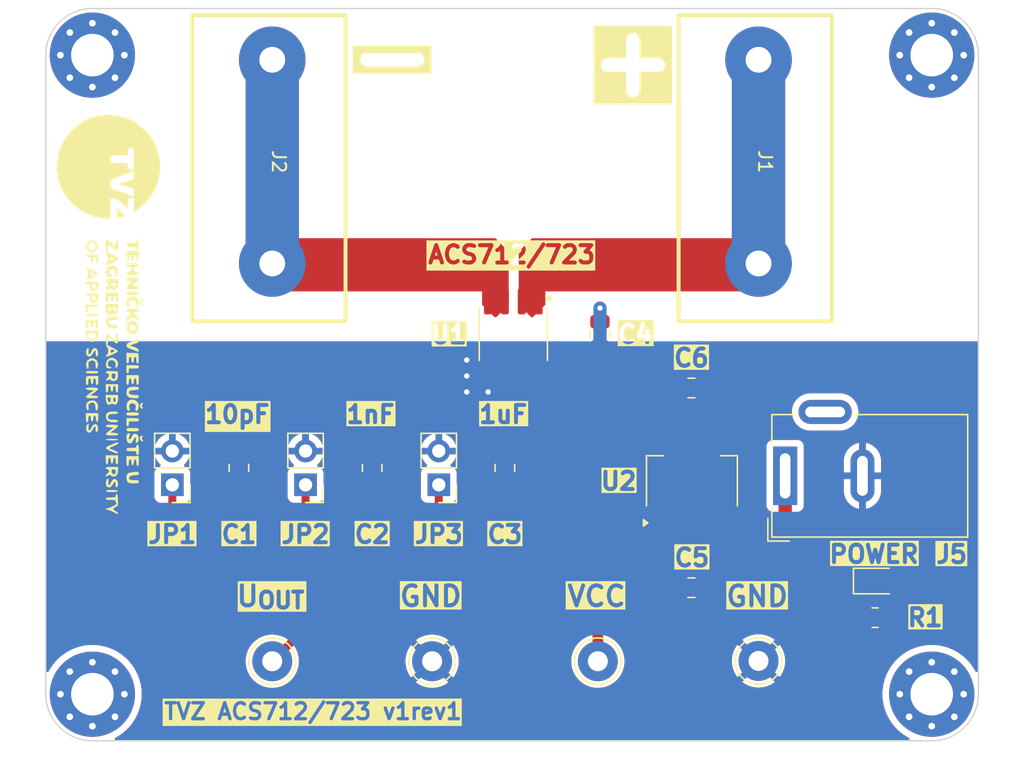
<source format=kicad_pcb>
(kicad_pcb (version 20240108) (generator "pcbnew") (generator_version "8.0")
  (layers (0 "F.Cu" signal) (31 "B.Cu" signal) (34 "B.Paste" user) (35 "F.Paste" user) (36 "B.SilkS" user "B.Silkscreen") (37 "F.SilkS" user "F.Silkscreen") (38 "B.Mask" user) (39 "F.Mask" user) (44 "Edge.Cuts" user))
  (net 0 "")
  (net 1 "+5V")
  (net 2 "GND")
  (net 3 "Net-(U1-FILTER)")
  (net 4 "Net-(JP1-A)")
  (net 5 "Net-(JP2-A)")
  (net 6 "Net-(JP3-A)")
  (net 11 "Net-(J1-Pin_1)")
  (net 12 "Net-(J2-Pin_1)")
  (net 13 "+12V")
  (net 14 "Net-(D1-A)")
  (net 18 "/Vout")
  (footprint "Library:KEYS4952" (layer "F.Cu") (at 151.44 119.025)
    (property "Reference" "TP4" (hide yes))
    (property "Value" "TestPoint")
    (pad "1" thru_hole circle (at 0 0) (size 3 3) (drill 1.5) (layers "*.Cu" "*.Mask") (net 1 "+5V"))
  )
  (footprint "Package_SO:SOIC-8_3.9x4.9mm_P1.27mm" (layer "F.Cu") (at 145.095 94.475 -90)
    (property "Reference" "U1" (at 0.025 4.845 0) (layer "F.SilkS" knockout) (effects (font (size 1.3 1.3) (thickness 0.3) (bold yes))))
    (property "Value" "ACS712")
    (pad "1" smd roundrect (at -2.475 -1.905 270) (size 1.95 0.6) (layers "F.Cu" "F.Paste" "F.Mask") (net 11 "Net-(J1-Pin_1)"))
    (pad "2" smd roundrect (at -2.475 -0.635 270) (size 1.95 0.6) (layers "F.Cu" "F.Paste" "F.Mask") (net 11 "Net-(J1-Pin_1)"))
    (pad "3" smd roundrect (at -2.475 0.635 270) (size 1.95 0.6) (layers "F.Cu" "F.Paste" "F.Mask") (net 12 "Net-(J2-Pin_1)"))
    (pad "4" smd roundrect (at -2.475 1.905 270) (size 1.95 0.6) (layers "F.Cu" "F.Paste" "F.Mask") (net 12 "Net-(J2-Pin_1)"))
    (pad "5" smd roundrect (at 2.475 1.905 270) (size 1.95 0.6) (layers "F.Cu" "F.Paste" "F.Mask") (net 2 "GND"))
    (pad "6" smd roundrect (at 2.475 0.635 270) (size 1.95 0.6) (layers "F.Cu" "F.Paste" "F.Mask") (net 3 "Net-(U1-FILTER)"))
    (pad "7" smd roundrect (at 2.475 -0.635 270) (size 1.95 0.6) (layers "F.Cu" "F.Paste" "F.Mask") (net 18 "/Vout"))
    (pad "8" smd roundrect (at 2.475 -1.905 270) (size 1.95 0.6) (layers "F.Cu" "F.Paste" "F.Mask") (net 1 "+5V"))
  )
  (footprint "Library:DELTRON 4mm banana socket - red" (layer "F.Cu") (at 163.5 81.5 -90)
    (property "Reference" "J1" (at 0 -0.5 -90) (layer "F.SilkS"))
    (property "Value" "Banana plug")
    (pad "1" thru_hole circle (at -7.65 0 270) (size 5 5) (drill 1.94) (layers "*.Cu" "*.Mask") (net 11 "Net-(J1-Pin_1)"))
    (pad "1" thru_hole circle (at 7.65 0 270) (size 5 5) (drill 1.94) (layers "*.Cu" "*.Mask") (net 11 "Net-(J1-Pin_1)"))
  )
  (footprint "Capacitor_SMD:C_0805_2012Metric" (layer "F.Cu") (at 134.5 104.5 -90)
    (property "Reference" "C2" (at 5 0 180) (layer "F.SilkS" knockout) (effects (font (size 1.3 1.3) (thickness 0.3) (bold yes))))
    (property "Value" "1n / 50V")
    (pad "1" smd roundrect (at -0.95 0 270) (size 1 1.45) (layers "F.Cu" "F.Paste" "F.Mask") (net 3 "Net-(U1-FILTER)"))
    (pad "2" smd roundrect (at 0.95 0 270) (size 1 1.45) (layers "F.Cu" "F.Paste" "F.Mask") (net 5 "Net-(JP2-A)"))
  )
  (footprint "Library:KEYS4952" (layer "F.Cu") (at 163.5 119)
    (property "Reference" "TP2" (hide yes))
    (property "Value" "TestPoint")
    (pad "1" thru_hole circle (at 0 0) (size 3 3) (drill 1.5) (layers "*.Cu" "*.Mask") (net 2 "GND"))
  )
  (footprint "MountingHole:MountingHole_3.2mm_M3_Pad_Via" (layer "F.Cu") (at 113.5 121.5)
    (property "Reference" "H2" (hide yes))
    (property "Value" "MountingHole_Pad")
    (pad "1" thru_hole circle (at -2.4 0) (size 0.8 0.8) (drill 0.5) (layers "*.Cu" "*.Mask"))
    (pad "1" thru_hole circle (at -1.697056 -1.697056) (size 0.8 0.8) (drill 0.5) (layers "*.Cu" "*.Mask"))
    (pad "1" thru_hole circle (at -1.697056 1.697056) (size 0.8 0.8) (drill 0.5) (layers "*.Cu" "*.Mask"))
    (pad "1" thru_hole circle (at 0 -2.4) (size 0.8 0.8) (drill 0.5) (layers "*.Cu" "*.Mask"))
    (pad "1" thru_hole circle (at 0 0) (size 6.4 6.4) (drill 3.2) (layers "*.Cu" "*.Mask"))
    (pad "1" thru_hole circle (at 0 2.4) (size 0.8 0.8) (drill 0.5) (layers "*.Cu" "*.Mask"))
    (pad "1" thru_hole circle (at 1.697056 -1.697056) (size 0.8 0.8) (drill 0.5) (layers "*.Cu" "*.Mask"))
    (pad "1" thru_hole circle (at 1.697056 1.697056) (size 0.8 0.8) (drill 0.5) (layers "*.Cu" "*.Mask"))
    (pad "1" thru_hole circle (at 2.4 0) (size 0.8 0.8) (drill 0.5) (layers "*.Cu" "*.Mask"))
  )
  (footprint "Library:KEYS4952" (layer "F.Cu") (at 127 119.025)
    (property "Reference" "TP3" (hide yes))
    (property "Value" "TestPoint")
    (pad "1" thru_hole circle (at 0 0) (size 3 3) (drill 1.5) (layers "*.Cu" "*.Mask") (net 18 "/Vout"))
  )
  (footprint "Capacitor_SMD:C_0805_2012Metric" (layer "F.Cu") (at 144.46 104.5 -90)
    (property "Reference" "C3" (at 5 0 180) (layer "F.SilkS" knockout) (effects (font (size 1.3 1.3) (thickness 0.3) (bold yes))))
    (property "Value" "1u / 50V")
    (pad "1" smd roundrect (at -0.95 0 270) (size 1 1.45) (layers "F.Cu" "F.Paste" "F.Mask") (net 3 "Net-(U1-FILTER)"))
    (pad "2" smd roundrect (at 0.95 0 270) (size 1 1.45) (layers "F.Cu" "F.Paste" "F.Mask") (net 6 "Net-(JP3-A)"))
  )
  (footprint "Connector_PinHeader_2.54mm:PinHeader_1x02_P2.54mm_Vertical" (layer "F.Cu") (at 119.5 105.775 180)
    (property "Reference" "JP1" (at 0 -3.725 0) (layer "F.SilkS" knockout) (effects (font (size 1.3 1.3) (thickness 0.3) (bold yes))))
    (property "Value" "Jumper_2_Bridged")
    (pad "1" thru_hole rect (at 0 0 180) (size 1.7 1.7) (drill 1) (layers "*.Cu" "*.Mask") (net 4 "Net-(JP1-A)"))
    (pad "2" thru_hole oval (at 0 2.54 180) (size 1.7 1.7) (drill 1) (layers "*.Cu" "*.Mask") (net 2 "GND"))
  )
  (footprint "Capacitor_SMD:C_0805_2012Metric" (layer "F.Cu") (at 124.5 104.5 -90)
    (property "Reference" "C1" (at 5 0 0) (layer "F.SilkS" knockout) (effects (font (size 1.3 1.3) (thickness 0.3) (bold yes))))
    (property "Value" "10p / 50V")
    (pad "1" smd roundrect (at -0.95 0 270) (size 1 1.45) (layers "F.Cu" "F.Paste" "F.Mask") (net 3 "Net-(U1-FILTER)"))
    (pad "2" smd roundrect (at 0.95 0 270) (size 1 1.45) (layers "F.Cu" "F.Paste" "F.Mask") (net 4 "Net-(JP1-A)"))
  )
  (footprint "MountingHole:MountingHole_3.2mm_M3_Pad_Via" (layer "F.Cu") (at 176.5 73.5)
    (property "Reference" "H4" (hide yes))
    (property "Value" "MountingHole_Pad")
    (pad "1" thru_hole circle (at -2.4 0) (size 0.8 0.8) (drill 0.5) (layers "*.Cu" "*.Mask"))
    (pad "1" thru_hole circle (at -1.697056 -1.697056) (size 0.8 0.8) (drill 0.5) (layers "*.Cu" "*.Mask"))
    (pad "1" thru_hole circle (at -1.697056 1.697056) (size 0.8 0.8) (drill 0.5) (layers "*.Cu" "*.Mask"))
    (pad "1" thru_hole circle (at 0 -2.4) (size 0.8 0.8) (drill 0.5) (layers "*.Cu" "*.Mask"))
    (pad "1" thru_hole circle (at 0 0) (size 6.4 6.4) (drill 3.2) (layers "*.Cu" "*.Mask"))
    (pad "1" thru_hole circle (at 0 2.4) (size 0.8 0.8) (drill 0.5) (layers "*.Cu" "*.Mask"))
    (pad "1" thru_hole circle (at 1.697056 -1.697056) (size 0.8 0.8) (drill 0.5) (layers "*.Cu" "*.Mask"))
    (pad "1" thru_hole circle (at 1.697056 1.697056) (size 0.8 0.8) (drill 0.5) (layers "*.Cu" "*.Mask"))
    (pad "1" thru_hole circle (at 2.4 0) (size 0.8 0.8) (drill 0.5) (layers "*.Cu" "*.Mask"))
  )
  (footprint "Connector_PinHeader_2.54mm:PinHeader_1x02_P2.54mm_Vertical" (layer "F.Cu") (at 129.5 105.775 180)
    (property "Reference" "JP2" (at 0 -3.725 0) (layer "F.SilkS" knockout) (effects (font (size 1.3 1.3) (thickness 0.3) (bold yes))))
    (property "Value" "Jumper_2_Bridged")
    (pad "1" thru_hole rect (at 0 0 180) (size 1.7 1.7) (drill 1) (layers "*.Cu" "*.Mask") (net 5 "Net-(JP2-A)"))
    (pad "2" thru_hole oval (at 0 2.54 180) (size 1.7 1.7) (drill 1) (layers "*.Cu" "*.Mask") (net 2 "GND"))
  )
  (footprint "Connector_BarrelJack:BarrelJack_Wuerth_6941xx301002" (layer "F.Cu") (at 165.5 105.1 90)
    (property "Reference" "J5" (at -5.9 12.5 180) (layer "F.SilkS" knockout) (effects (font (size 1.3 1.3) (thickness 0.3) (bold yes))))
    (property "Value" "Barrel_Jack_MountingPin")
    (pad "1" thru_hole rect (at 0 0 90) (size 4.4 1.8) (drill oval 3.4 0.8) (layers "*.Cu" "*.Mask") (net 13 "+12V"))
    (pad "2" thru_hole oval (at 0 5.8 90) (size 4 1.8) (drill oval 3 0.8) (layers "*.Cu" "*.Mask") (net 2 "GND"))
    (pad "3" thru_hole oval (at 4.8 3 180) (size 4 1.8) (drill oval 3 0.8) (layers "*.Cu" "*.Mask"))
  )
  (footprint "Library:KEYS4952" (layer "F.Cu") (at 139 119.025)
    (property "Reference" "TP1" (hide yes))
    (property "Value" "TestPoint")
    (pad "1" thru_hole circle (at 0 0) (size 3 3) (drill 1.5) (layers "*.Cu" "*.Mask") (net 2 "GND"))
  )
  (footprint "LED_SMD:LED_0805_2012Metric" (layer "F.Cu") (at 172.31 113)
    (property "Reference" "D1" (hide yes))
    (property "Value" "RED")
    (pad "1" smd roundrect (at -0.9375 0) (size 0.975 1.4) (layers "F.Cu" "F.Paste" "F.Mask") (net 2 "GND"))
    (pad "2" smd roundrect (at 0.9375 0) (size 0.975 1.4) (layers "F.Cu" "F.Paste" "F.Mask") (net 14 "Net-(D1-A)"))
  )
  (footprint "Resistor_SMD:R_0805_2012Metric" (layer "F.Cu") (at 172.25 115.75)
    (property "Reference" "R1" (at 3.75 0 0) (layer "F.SilkS" knockout) (effects (font (size 1.3 1.3) (thickness 0.3) (bold yes))))
    (property "Value" "1k3")
    (pad "1" smd roundrect (at -0.9125 0) (size 1.025 1.4) (layers "F.Cu" "F.Paste" "F.Mask") (roundrect_rratio 0.243902439) (net 13 "+12V"))
    (pad "2" smd roundrect (at 0.9125 0) (size 1.025 1.4) (layers "F.Cu" "F.Paste" "F.Mask") (roundrect_rratio 0.243902439) (net 14 "Net-(D1-A)"))
  )
  (footprint "MountingHole:MountingHole_3.2mm_M3_Pad_Via" (layer "F.Cu") (at 176.5 121.5)
    (property "Reference" "H3" (hide yes))
    (property "Value" "MountingHole_Pad")
    (pad "1" thru_hole circle (at -2.4 0) (size 0.8 0.8) (drill 0.5) (layers "*.Cu" "*.Mask"))
    (pad "1" thru_hole circle (at -1.697056 -1.697056) (size 0.8 0.8) (drill 0.5) (layers "*.Cu" "*.Mask"))
    (pad "1" thru_hole circle (at -1.697056 1.697056) (size 0.8 0.8) (drill 0.5) (layers "*.Cu" "*.Mask"))
    (pad "1" thru_hole circle (at 0 -2.4) (size 0.8 0.8) (drill 0.5) (layers "*.Cu" "*.Mask"))
    (pad "1" thru_hole circle (at 0 0) (size 6.4 6.4) (drill 3.2) (layers "*.Cu" "*.Mask"))
    (pad "1" thru_hole circle (at 0 2.4) (size 0.8 0.8) (drill 0.5) (layers "*.Cu" "*.Mask"))
    (pad "1" thru_hole circle (at 1.697056 -1.697056) (size 0.8 0.8) (drill 0.5) (layers "*.Cu" "*.Mask"))
    (pad "1" thru_hole circle (at 1.697056 1.697056) (size 0.8 0.8) (drill 0.5) (layers "*.Cu" "*.Mask"))
    (pad "1" thru_hole circle (at 2.4 0) (size 0.8 0.8) (drill 0.5) (layers "*.Cu" "*.Mask"))
  )
  (footprint "Connector_PinHeader_2.54mm:PinHeader_1x02_P2.54mm_Vertical" (layer "F.Cu") (at 139.5 105.775 180)
    (property "Reference" "JP3" (at 0 -3.725 0) (layer "F.SilkS" knockout) (effects (font (size 1.3 1.3) (thickness 0.3) (bold yes))))
    (property "Value" "Jumper_2_Bridged")
    (pad "1" thru_hole rect (at 0 0 180) (size 1.7 1.7) (drill 1) (layers "*.Cu" "*.Mask") (net 6 "Net-(JP3-A)"))
    (pad "2" thru_hole oval (at 0 2.54 180) (size 1.7 1.7) (drill 1) (layers "*.Cu" "*.Mask") (net 2 "GND"))
  )
  (footprint "Library:DELTRON 4mm banana socket - black" (layer "F.Cu") (at 127 81.5 -90)
    (property "Reference" "J2" (at 0 -0.5 -90) (layer "F.SilkS"))
    (property "Value" "Banana plug")
    (pad "1" thru_hole circle (at -7.65 0 270) (size 5 5) (drill 1.94) (layers "*.Cu" "*.Mask") (net 12 "Net-(J2-Pin_1)"))
    (pad "1" thru_hole circle (at 7.65 0 270) (size 5 5) (drill 1.94) (layers "*.Cu" "*.Mask") (net 12 "Net-(J2-Pin_1)"))
  )
  (footprint "Package_TO_SOT_SMD:SOT-223-3_TabPin2" (layer "F.Cu") (at 158.5 105.5 90)
    (property "Reference" "U2" (at 0 -5.5 0) (layer "F.SilkS" knockout) (effects (font (size 1.3 1.3) (thickness 0.3) (bold yes))))
    (property "Value" "AMS1117-5.0")
    (pad "1" smd roundrect (at -3.15 -2.3 90) (size 2 1.5) (layers "F.Cu" "F.Paste" "F.Mask") (net 2 "GND"))
    (pad "2" smd roundrect (at -3.15 0 90) (size 2 1.5) (layers "F.Cu" "F.Paste" "F.Mask") (net 1 "+5V"))
    (pad "2" smd roundrect (at 3.15 0 90) (size 2 3.8) (layers "F.Cu" "F.Paste" "F.Mask") (net 1 "+5V"))
    (pad "3" smd roundrect (at -3.15 2.3 90) (size 2 1.5) (layers "F.Cu" "F.Paste" "F.Mask") (net 13 "+12V"))
  )
  (footprint "MountingHole:MountingHole_3.2mm_M3_Pad_Via" (layer "F.Cu") (at 113.5 73.5)
    (property "Reference" "H1" (hide yes))
    (property "Value" "MountingHole_Pad")
    (pad "1" thru_hole circle (at -2.4 0) (size 0.8 0.8) (drill 0.5) (layers "*.Cu" "*.Mask"))
    (pad "1" thru_hole circle (at -1.697056 -1.697056) (size 0.8 0.8) (drill 0.5) (layers "*.Cu" "*.Mask"))
    (pad "1" thru_hole circle (at -1.697056 1.697056) (size 0.8 0.8) (drill 0.5) (layers "*.Cu" "*.Mask"))
    (pad "1" thru_hole circle (at 0 -2.4) (size 0.8 0.8) (drill 0.5) (layers "*.Cu" "*.Mask"))
    (pad "1" thru_hole circle (at 0 0) (size 6.4 6.4) (drill 3.2) (layers "*.Cu" "*.Mask"))
    (pad "1" thru_hole circle (at 0 2.4) (size 0.8 0.8) (drill 0.5) (layers "*.Cu" "*.Mask"))
    (pad "1" thru_hole circle (at 1.697056 -1.697056) (size 0.8 0.8) (drill 0.5) (layers "*.Cu" "*.Mask"))
    (pad "1" thru_hole circle (at 1.697056 1.697056) (size 0.8 0.8) (drill 0.5) (layers "*.Cu" "*.Mask"))
    (pad "1" thru_hole circle (at 2.4 0) (size 0.8 0.8) (drill 0.5) (layers "*.Cu" "*.Mask"))
  )
  (footprint "Capacitor_SMD:C_0805_2012Metric" (layer "F.Cu") (at 158.4625 98.5 180)
    (property "Reference" "C6" (at 0 2.25 180) (layer "F.SilkS" knockout) (effects (font (size 1.3 1.3) (thickness 0.3) (bold yes))))
    (property "Value" "10uF")
    (pad "1" smd roundrect (at -0.95 0 180) (size 1 1.45) (layers "F.Cu" "F.Paste" "F.Mask") (net 1 "+5V"))
    (pad "2" smd roundrect (at 0.95 0 180) (size 1 1.45) (layers "F.Cu" "F.Paste" "F.Mask") (net 2 "GND"))
  )
  (footprint "Capacitor_SMD:C_0805_2012Metric" (layer "F.Cu") (at 151.595 94.475 90)
    (property "Reference" "C4" (at 0 2.655 0) (layer "F.SilkS" knockout) (effects (font (size 1.3 1.3) (thickness 0.3) (bold yes))))
    (property "Value" "100n")
    (pad "1" smd roundrect (at -0.95 0 90) (size 1 1.45) (layers "F.Cu" "F.Paste" "F.Mask") (net 1 "+5V"))
    (pad "2" smd roundrect (at 0.95 0 90) (size 1 1.45) (layers "F.Cu" "F.Paste" "F.Mask") (net 2 "GND"))
  )
  (footprint "Library:tvz2" (layer "F.Cu") (at 114.75 93 -90)
    (property "Reference" "G***" (hide yes))
    (property "Value" "LOGO" (hide yes))
  )
  (footprint "Capacitor_SMD:C_0805_2012Metric" (layer "F.Cu") (at 158.4625 113.5 180)
    (property "Reference" "C5" (at -0.0375 2.25 0) (layer "F.SilkS" knockout) (effects (font (size 1.3 1.3) (thickness 0.3) (bold yes))))
    (property "Value" "10uF")
    (pad "1" smd roundrect (at -0.95 0 180) (size 1 1.45) (layers "F.Cu" "F.Paste" "F.Mask") (net 13 "+12V"))
    (pad "2" smd roundrect (at 0.95 0 180) (size 1 1.45) (layers "F.Cu" "F.Paste" "F.Mask") (net 2 "GND"))
  )
  (gr_line (start 113.5 70) (end 176.5 70) (stroke (width 0.1)) (layer "Edge.Cuts"))
  (gr_arc (start 180 121.5) (mid 178.974874 123.974874) (end 176.5 125) (stroke (width 0.1)) (layer "Edge.Cuts"))
  (gr_line (start 176.5 125) (end 113.5 125) (stroke (width 0.1)) (layer "Edge.Cuts"))
  (gr_line (start 180 73.5) (end 180 121.5) (stroke (width 0.1)) (layer "Edge.Cuts"))
  (gr_arc (start 110 73.5) (mid 111.025126 71.025126) (end 113.5 70) (stroke (width 0.1)) (layer "Edge.Cuts"))
  (gr_arc (start 113.5 125) (mid 111.025126 123.974874) (end 110 121.5) (stroke (width 0.1)) (layer "Edge.Cuts"))
  (gr_line (start 110 121.5) (end 110 73.5) (stroke (width 0.1)) (layer "Edge.Cuts"))
  (gr_arc (start 176.5 70) (mid 178.974874 71.025126) (end 180 73.5) (stroke (width 0.1)) (layer "Edge.Cuts"))
  (gr_text "-" (at 136 71.275238 180) (layer "F.SilkS" knockout) (effects (font (size 5 5) (thickness 1) (bold yes)) (justify bottom)))
  (gr_text "VCC" (at 148.997143 115.025 0) (layer "F.SilkS" knockout) (effects (font (size 1.5 1.5) (thickness 0.3) (bold yes)) (justify left bottom)))
  (gr_text "GND" (at 160.914286 115.025 0) (layer "F.SilkS" knockout) (effects (font (size 1.5 1.5) (thickness 0.3) (bold yes)) (justify left bottom)))
  (gr_text "TVZ ACS712/723 v1rev1" (at 118.75 123.5 0) (layer "F.SilkS" knockout) (effects (font (size 1.2 1.2) (thickness 0.25) (bold yes)) (justify left bottom)))
  (gr_text "U_{OUT}" (at 124.17 115.025 0) (layer "F.SilkS" knockout) (effects (font (size 1.5 1.5) (thickness 0.3) (bold yes)) (justify left bottom)))
  (gr_text "1nF" (at 132.415715 101.25 0) (layer "F.SilkS" knockout) (effects (font (size 1.3 1.3) (thickness 0.3) (bold yes)) (justify left bottom)))
  (gr_text "POWER" (at 168.658096 111.75 0) (layer "F.SilkS" knockout) (effects (font (size 1.3 1.3) (thickness 0.3) (bold yes)) (justify left bottom)))
  (gr_text "+" (at 151.5 70.5 -90) (layer "F.SilkS" knockout) (effects (font (size 5 5) (thickness 1) (bold yes)) (justify left bottom)))
  (gr_text "10pF" (at 121.796667 101.25 0) (layer "F.SilkS" knockout) (effects (font (size 1.3 1.3) (thickness 0.3) (bold yes)) (justify left bottom)))
  (gr_text "ACS712/723" (at 138.553572 89.25 0) (layer "F.SilkS" knockout) (effects (font (size 1.3 1.3) (thickness 0.3) (bold yes)) (justify left bottom)))
  (gr_text "1uF" (at 142.375715 101.25 0) (layer "F.SilkS" knockout) (effects (font (size 1.3 1.3) (thickness 0.3) (bold yes)) (justify left bottom)))
  (gr_text "GND" (at 136.414286 115.025 0) (layer "F.SilkS" knockout) (effects (font (size 1.5 1.5) (thickness 0.3) (bold yes)) (justify left bottom)))
  (segment (start 151.44 100.31) (end 154 97.75) (width 0.8) (layer "F.Cu") (net 1))
  (segment (start 159.4125 97.1625) (end 157.675 95.425) (width 0.8) (layer "F.Cu") (net 1))
  (segment (start 154 96.25) (end 154 95.425) (width 0.8) (layer "F.Cu") (net 1))
  (segment (start 150.025 95.425) (end 148.5 96.95) (width 0.8) (layer "F.Cu") (net 1))
  (segment (start 154 96.175) (end 153.25 95.425) (width 0.8) (layer "F.Cu") (net 1))
  (segment (start 158.5 108.65) (end 158.5 102.35) (width 1) (layer "F.Cu") (net 1))
  (segment (start 154 97.75) (end 154 96.25) (width 0.8) (layer "F.Cu") (net 1))
  (segment (start 159.4125 99.8375) (end 158.5 100.75) (width 1) (layer "F.Cu") (net 1))
  (segment (start 147 96.95) (end 148.5 96.95) (width 0.6) (layer "F.Cu") (net 1))
  (segment (start 153.25 95.425) (end 151.595 95.425) (width 0.8) (layer "F.Cu") (net 1))
  (segment (start 154 95.425) (end 153.25 95.425) (width 0.8) (layer "F.Cu") (net 1))
  (segment (start 159.4125 98.5) (end 159.4125 99.8375) (width 1) (layer "F.Cu") (net 1))
  (segment (start 151.44 119.025) (end 151.44 100.31) (width 0.8) (layer "F.Cu") (net 1))
  (segment (start 154.75 95.425) (end 154 95.425) (width 0.8) (layer "F.Cu") (net 1))
  (segment (start 157.675 95.425) (end 154.75 95.425) (width 0.8) (layer "F.Cu") (net 1))
  (segment (start 158.5 100.75) (end 158.5 102.35) (width 1) (layer "F.Cu") (net 1))
  (segment (start 154 96.25) (end 154 96.175) (width 0.8) (layer "F.Cu") (net 1))
  (segment (start 154 96.175) (end 154.75 95.425) (width 0.8) (layer "F.Cu") (net 1))
  (segment (start 151.595 95.425) (end 150.025 95.425) (width 0.8) (layer "F.Cu") (net 1))
  (segment (start 159.4125 98.5) (end 159.4125 97.1625) (width 0.8) (layer "F.Cu") (net 1))
  (segment (start 151.6 92.5) (end 151.6 93.52) (width 0.8) (layer "F.Cu") (net 2))
  (segment (start 151.6 93.52) (end 151.595 93.525) (width 0.8) (layer "F.Cu") (net 2))
  (via (at 141.6 98.8) (size 0.8) (drill 0.4) (layers "F.Cu" "B.Cu") (net 2))
  (via (at 143.2 98.8) (size 0.8) (drill 0.4) (layers "F.Cu" "B.Cu") (net 2))
  (via (at 151.6 92.5) (size 0.8) (drill 0.4) (layers "F.Cu" "B.Cu") (net 2))
  (via (at 141.6 97.6) (size 0.8) (drill 0.4) (layers "F.Cu" "B.Cu") (net 2))
  (via (at 141.6 96.4) (size 0.8) (drill 0.4) (layers "F.Cu" "B.Cu") (net 2))
  (segment (start 151.6 92.5) (end 151.6 95.85) (width 1) (layer "B.Cu") (net 2))
  (segment (start 144.46 103.51) (end 144.5 103.55) (width 0.6) (layer "F.Cu") (net 3))
  (segment (start 144 100.5) (end 135 100.5) (width 0.6) (layer "F.Cu") (net 3))
  (segment (start 134 100.5) (end 126 100.5) (width 0.6) (layer "F.Cu") (net 3))
  (segment (start 144 100.46) (end 144.46 100) (width 0.6) (layer "F.Cu") (net 3))
  (segment (start 134.5 100.5) (end 134 100.5) (width 0.6) (layer "F.Cu") (net 3))
  (segment (start 144 100.5) (end 144 100.54) (width 0.6) (layer "F.Cu") (net 3))
  (segment (start 134.5 101) (end 134 100.5) (width 0.6) (layer "F.Cu") (net 3))
  (segment (start 144.46 99.5) (end 144.46 100) (width 0.6) (layer "F.Cu") (net 3))
  (segment (start 134.5 101) (end 135 100.5) (width 0.6) (layer "F.Cu") (net 3))
  (segment (start 134.5 101) (end 134.5 100.5) (width 0.6) (layer "F.Cu") (net 3))
  (segment (start 135 100.5) (end 134.5 100.5) (width 0.6) (layer "F.Cu") (net 3))
  (segment (start 144 100.54) (end 144.46 101) (width 0.6) (layer "F.Cu") (net 3))
  (segment (start 144 100.5) (end 144 100.46) (width 0.6) (layer "F.Cu") (net 3))
  (segment (start 144.46 100.5) (end 144.46 101) (width 0.6) (layer "F.Cu") (net 3))
  (segment (start 144.46 100) (end 144.46 100.5) (width 0.6) (layer "F.Cu") (net 3))
  (segment (start 144.46 103.55) (end 144.46 101) (width 0.6) (layer "F.Cu") (net 3))
  (segment (start 134.5 101) (end 134.5 103.55) (width 0.6) (layer "F.Cu") (net 3))
  (segment (start 124.5 102) (end 124.5 103.55) (width 0.6) (layer "F.Cu") (net 3))
  (segment (start 144.46 100.5) (end 144 100.5) (width 0.6) (layer "F.Cu") (net 3))
  (segment (start 144.46 96.95) (end 144.46 99.5) (width 0.6) (layer "F.Cu") (net 3))
  (segment (start 126 100.5) (end 124.5 102) (width 0.6) (layer "F.Cu") (net 3))
  (segment (start 124.5 105.45) (end 124.5 107.5) (width 0.6) (layer "F.Cu") (net 4))
  (segment (start 124 108) (end 124.5 107.5) (width 0.6) (layer "F.Cu") (net 4))
  (segment (start 119.5 105.775) (end 119.5 107.5) (width 0.6) (layer "F.Cu") (net 4))
  (segment (start 120 108) (end 124 108) (width 0.6) (layer "F.Cu") (net 4))
  (segment (start 119.5 107.5) (end 120 108) (width 0.6) (layer "F.Cu") (net 4))
  (segment (start 130 108) (end 134 108) (width 0.6) (layer "F.Cu") (net 5))
  (segment (start 134.5 107.5) (end 134.5 105.45) (width 0.6) (layer "F.Cu") (net 5))
  (segment (start 134 108) (end 134.5 107.5) (width 0.6) (layer "F.Cu") (net 5))
  (segment (start 129.5 105.775) (end 129.5 107.5) (width 0.6) (layer "F.Cu") (net 5))
  (segment (start 129.5 107.5) (end 130 108) (width 0.6) (layer "F.Cu") (net 5))
  (segment (start 144.46 107.54) (end 144.46 105.45) (width 0.6) (layer "F.Cu") (net 6))
  (segment (start 139.5 105.775) (end 139.5 107.5) (width 0.6) (layer "F.Cu") (net 6))
  (segment (start 139.5 107.5) (end 140 108) (width 0.6) (layer "F.Cu") (net 6))
  (segment (start 144 108) (end 144.46 107.54) (width 0.6) (layer "F.Cu") (net 6))
  (segment (start 140 108) (end 144 108) (width 0.6) (layer "F.Cu") (net 6))
  (segment (start 163.5 73.85) (end 163.5 89.15) (width 4) (layer "F.Cu") (net 11))
  (segment (start 163.5 74) (end 163.5 89.3) (width 4) (layer "B.Cu") (net 11))
  (segment (start 127 73.85) (end 127 89.15) (width 4) (layer "F.Cu") (net 12))
  (segment (start 127 74) (end 127 89.3) (width 4) (layer "B.Cu") (net 12))
  (segment (start 164.75 112.75) (end 164.75 111.75) (width 0.8) (layer "F.Cu") (net 13))
  (segment (start 164.75 111.75) (end 165.5 111) (width 1) (layer "F.Cu") (net 13))
  (segment (start 165 113) (end 164.75 112.75) (width 0.8) (layer "F.Cu") (net 13))
  (segment (start 159.4125 113.5) (end 163 113.5) (width 1) (layer "F.Cu") (net 13))
  (segment (start 160.8 108.65) (end 160.8 110.2) (width 0.8) (layer "F.Cu") (net 13))
  (segment (start 164.75 112.75) (end 163.75 112.75) (width 0.8) (layer "F.Cu") (net 13))
  (segment (start 167.75 115.75) (end 165 113) (width 0.8) (layer "F.Cu") (net 13))
  (segment (start 171.3375 115.75) (end 167.75 115.75) (width 0.8) (layer "F.Cu") (net 13))
  (segment (start 160.8 110.2) (end 159.4125 111.5875) (width 0.8) (layer "F.Cu") (net 13))
  (segment (start 165 113) (end 164.25 112.25) (width 0.8) (layer "F.Cu") (net 13))
  (segment (start 163 113.5) (end 163.75 112.75) (width 1) (layer "F.Cu") (net 13))
  (segment (start 164.25 112.25) (end 164.75 111.75) (width 1) (layer "F.Cu") (net 13))
  (segment (start 159.4125 111.5875) (end 159.4125 113.5) (width 0.8) (layer "F.Cu") (net 13))
  (segment (start 165.5 111) (end 165.5 105.1) (width 1) (layer "F.Cu") (net 13))
  (segment (start 163.75 112.75) (end 164.25 112.25) (width 1) (layer "F.Cu") (net 13))
  (segment (start 174.75 113.75) (end 174.75 115) (width 0.6) (layer "F.Cu") (net 14))
  (segment (start 174 115.75) (end 173.1625 115.75) (width 0.6) (layer "F.Cu") (net 14))
  (segment (start 174.75 115) (end 174 115.75) (width 0.6) (layer "F.Cu") (net 14))
  (segment (start 174 113) (end 174.75 113.75) (width 0.6) (layer "F.Cu") (net 14))
  (segment (start 173.2475 113) (end 174 113) (width 0.6) (layer "F.Cu") (net 14))
  (segment (start 133.025 113) (end 127 119.025) (width 0.6) (layer "F.Cu") (net 18))
  (segment (start 145.73 96.95) (end 145.73 98.73) (width 0.6) (layer "F.Cu") (net 18))
  (segment (start 148.25 101.25) (end 148.25 111.25) (width 0.6) (layer "F.Cu") (net 18))
  (segment (start 146.5 113) (end 133.025 113) (width 0.6) (layer "F.Cu") (net 18))
  (segment (start 148.25 111.25) (end 146.5 113) (width 0.6) (layer "F.Cu") (net 18))
  (segment (start 145.73 98.73) (end 148.25 101.25) (width 0.6) (layer "F.Cu") (net 18))
  (zone (net 11) (net_name "Net-(J1-Pin_1)") (layer "F.Cu") (priority 2) (connect_pads yes (clearance 0.5)) (min_thickness 0.25) (fill yes (thermal_gap 0.5) (thermal_bridge_width 0.5) (smoothing chamfer) (radius 1))
    (polygon (pts (xy 165 91.25) (xy 147.5 91.25) (xy 147.5 93.25) (xy 145.5 93.25) (xy 145.5 87.25) (xy 165 87.25)))
  )
  (zone (net 12) (net_name "Net-(J2-Pin_1)") (layer "F.Cu") (priority 2) (connect_pads yes (clearance 0.5)) (min_thickness 0.25) (fill yes (thermal_gap 0.5) (thermal_bridge_width 0.5) (smoothing chamfer) (radius 1))
    (polygon (pts (xy 144.75 93.25) (xy 142.75 93.25) (xy 142.75 91.25) (xy 125.75 91.25) (xy 125.5 87.25) (xy 144.75 87.25)))
  )
  (zone (net 2) (net_name "GND") (layers "F&B.Cu") (connect_pads (clearance 0.5)) (min_thickness 0.25) (fill yes (thermal_gap 0.5) (thermal_bridge_width 0.5))
    (polygon (pts (xy 110 95) (xy 180 95) (xy 180 125) (xy 110 125)))
  )
)
</source>
